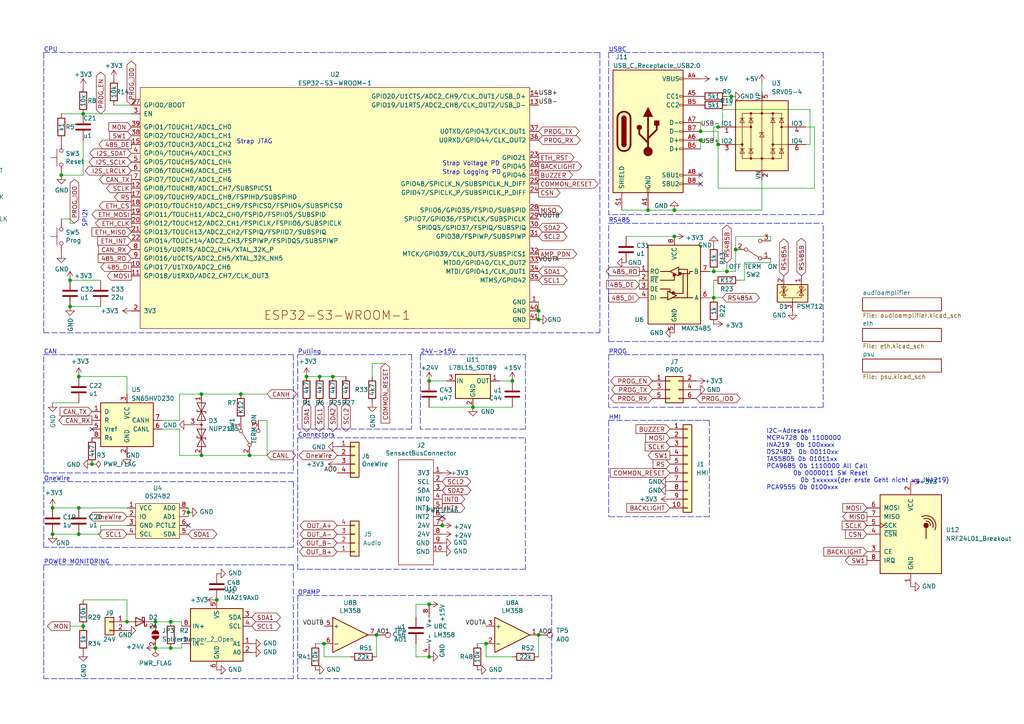
<source format=kicad_sch>
(kicad_sch (version 20211123) (generator eeschema)
  (paper "A4")
  (junction (at 207.01 78.74))
  (junction (at 62.865 173.99))
  (junction (at 22.86 109.22))
  (junction (at 26.67 134.62))
  (junction (at 58.42 132.08))
  (junction (at 54.61 148.59))
  (junction (at 203.2 38.1))
  (junction (at 148.59 110.49))
  (junction (at 17.78 50.8))
  (junction (at 20.32 88.9))
  (junction (at 140.97 186.69))
  (junction (at 212.09 27.94))
  (junction (at 213.36 72.39))
  (junction (at 124.46 110.49))
  (junction (at 24.13 181.61))
  (junction (at 58.42 114.3))
  (junction (at 22.86 147.32))
  (junction (at 195.58 68.58))
  (junction (at 20.32 81.28))
  (junction (at 156.21 184.15))
  (junction (at 208.28 36.83))
  (junction (at 49.53 187.96))
  (junction (at 109.22 184.15))
  (junction (at 208.28 41.91))
  (junction (at 15.24 147.32))
  (junction (at 72.39 132.08))
  (junction (at 203.2 40.64))
  (junction (at 45.085 180.34))
  (junction (at 24.13 33.02))
  (junction (at 22.86 154.94))
  (junction (at 124.46 190.5))
  (junction (at 92.71 109.22))
  (junction (at 195.58 60.96))
  (junction (at 124.46 175.26))
  (junction (at 36.83 180.34))
  (junction (at 207.01 86.36))
  (junction (at 88.9 109.22))
  (junction (at 45.085 187.96))
  (junction (at 128.27 152.4))
  (junction (at 69.85 114.3))
  (junction (at 187.96 60.96))
  (junction (at 96.52 109.22))
  (junction (at 137.16 118.11))
  (junction (at 156.21 92.71))
  (junction (at 156.21 90.17))
  (junction (at 93.98 186.69))
  (junction (at 49.53 180.34))
  (junction (at 15.24 154.94))
  (junction (at 210.82 78.74))
  (no_connect (at 54.61 152.4))
  (no_connect (at 26.67 124.46))
  (no_connect (at 203.2 53.34))
  (no_connect (at 203.2 50.8))
  (no_connect (at 128.27 149.86))
  (wire (pts (xy 212.09 30.48) (xy 210.82 30.48)))
  (polyline (pts (xy 12.7 15.24) (xy 12.7 15.24)))
  (polyline (pts (xy 238.76 15.24) (xy 238.76 62.23)))
  (polyline (pts (xy 238.76 99.06) (xy 238.76 64.77)))
  (wire (pts (xy 17.78 33.02) (xy 24.13 33.02)))
  (wire (pts (xy 46.99 124.46) (xy 52.07 124.46)))
  (wire (pts (xy 156.21 87.63) (xy 156.21 90.17)))
  (wire (pts (xy 212.09 27.94) (xy 212.09 30.48)))
  (wire (pts (xy 207.01 86.36) (xy 207.01 81.28)))
  (polyline (pts (xy 86.36 124.46) (xy 86.36 102.87)))
  (wire (pts (xy 20.32 64.77) (xy 21.59 64.77)))
  (wire (pts (xy 24.13 40.64) (xy 24.13 50.8)))
  (wire (pts (xy 107.95 105.41) (xy 107.95 109.22)))
  (wire (pts (xy 220.98 52.07) (xy 220.98 60.96)))
  (wire (pts (xy 124.46 118.11) (xy 137.16 118.11)))
  (wire (pts (xy 22.86 147.32) (xy 36.83 147.32)))
  (wire (pts (xy -64.77 171.45) (xy -48.26 171.45)))
  (wire (pts (xy 215.9 81.28) (xy 214.63 81.28)))
  (polyline (pts (xy 160.02 196.85) (xy 86.36 196.85)))
  (wire (pts (xy 156.21 184.15) (xy 156.21 190.5)))
  (polyline (pts (xy 12.7 137.16) (xy 12.7 102.87)))
  (wire (pts (xy 96.52 109.22) (xy 100.33 109.22)))
  (polyline (pts (xy 238.76 62.23) (xy 176.53 62.23)))
  (wire (pts (xy 220.98 26.67) (xy 220.98 24.13)))
  (wire (pts (xy 49.53 187.96) (xy 52.705 187.96)))
  (polyline (pts (xy 176.53 15.24) (xy 238.76 15.24)))
  (wire (pts (xy 29.21 88.9) (xy 20.32 88.9)))
  (wire (pts (xy 54.61 148.59) (xy 54.61 149.86)))
  (polyline (pts (xy 176.53 102.87) (xy 238.76 102.87)))
  (polyline (pts (xy 86.36 172.72) (xy 86.36 196.85)))
  (wire (pts (xy 101.6 190.5) (xy 93.98 190.5)))
  (wire (pts (xy 107.95 105.41) (xy 111.76 105.41)))
  (wire (pts (xy 15.24 147.32) (xy 22.86 147.32)))
  (wire (pts (xy 236.22 54.61) (xy 236.22 36.83)))
  (wire (pts (xy 156.21 90.17) (xy 156.21 92.71)))
  (polyline (pts (xy 173.99 15.24) (xy 173.99 96.52)))
  (wire (pts (xy 49.53 180.34) (xy 45.085 180.34)))
  (wire (pts (xy 207.01 36.83) (xy 208.28 36.83)))
  (polyline (pts (xy 86.36 102.87) (xy 119.38 102.87)))
  (polyline (pts (xy 152.4 102.87) (xy 152.4 124.46)))
  (wire (pts (xy 208.28 54.61) (xy 236.22 54.61)))
  (wire (pts (xy 58.42 114.3) (xy 69.85 114.3)))
  (wire (pts (xy 185.42 81.28) (xy 185.42 83.82)))
  (wire (pts (xy 17.78 63.5) (xy 20.32 63.5)))
  (wire (pts (xy 138.43 186.69) (xy 140.97 186.69)))
  (wire (pts (xy 148.59 190.5) (xy 140.97 190.5)))
  (wire (pts (xy 144.78 110.49) (xy 148.59 110.49)))
  (wire (pts (xy 58.42 114.3) (xy 52.07 114.3)))
  (wire (pts (xy 208.28 36.83) (xy 209.55 36.83)))
  (polyline (pts (xy 85.09 158.75) (xy 12.7 158.75)))
  (polyline (pts (xy 205.74 149.86) (xy 176.53 149.86)))
  (wire (pts (xy 195.58 68.58) (xy 181.61 68.58)))
  (polyline (pts (xy 176.53 121.92) (xy 176.53 149.86)))
  (polyline (pts (xy 86.36 127) (xy 152.4 127)))
  (wire (pts (xy 29.21 152.4) (xy 29.21 154.94)))
  (polyline (pts (xy 85.09 102.87) (xy 85.09 137.16)))
  (polyline (pts (xy 176.53 15.24) (xy 176.53 62.23)))
  (wire (pts (xy 120.65 175.26) (xy 124.46 175.26)))
  (polyline (pts (xy 176.53 99.06) (xy 176.53 64.77)))
  (wire (pts (xy 93.98 186.69) (xy 91.44 186.69)))
  (wire (pts (xy 180.34 60.96) (xy 187.96 60.96)))
  (wire (pts (xy 29.21 81.28) (xy 20.32 81.28)))
  (wire (pts (xy 208.28 41.91) (xy 208.28 54.61)))
  (wire (pts (xy 137.16 118.11) (xy 148.59 118.11)))
  (polyline (pts (xy 121.92 102.87) (xy 121.92 124.46)))
  (wire (pts (xy 22.86 116.84) (xy 15.24 116.84)))
  (polyline (pts (xy 176.53 64.77) (xy 238.76 64.77)))
  (wire (pts (xy 124.46 110.49) (xy 129.54 110.49)))
  (wire (pts (xy 140.97 190.5) (xy 140.97 186.69)))
  (wire (pts (xy 187.96 60.96) (xy 195.58 60.96)))
  (polyline (pts (xy 85.09 139.7) (xy 85.09 158.75)))
  (wire (pts (xy 24.13 33.02) (xy 38.1 33.02)))
  (wire (pts (xy 213.36 78.74) (xy 213.36 72.39)))
  (wire (pts (xy 52.07 132.08) (xy 58.42 132.08)))
  (polyline (pts (xy 12.7 139.7) (xy 85.09 139.7)))
  (wire (pts (xy 36.83 152.4) (xy 29.21 152.4)))
  (wire (pts (xy 72.39 132.08) (xy 77.47 132.08)))
  (polyline (pts (xy 86.36 165.1) (xy 86.36 127)))
  (polyline (pts (xy 85.09 137.16) (xy 12.7 137.16)))
  (wire (pts (xy 209.55 86.36) (xy 207.01 86.36)))
  (wire (pts (xy 210.82 27.94) (xy 212.09 27.94)))
  (polyline (pts (xy 86.36 172.72) (xy 160.02 172.72)))
  (wire (pts (xy 210.82 78.74) (xy 207.01 78.74)))
  (wire (pts (xy 203.2 38.1) (xy 208.28 38.1)))
  (polyline (pts (xy 205.74 121.92) (xy 205.74 149.86)))
  (polyline (pts (xy 121.92 102.87) (xy 152.4 102.87)))
  (wire (pts (xy 234.95 41.91) (xy 233.68 41.91)))
  (polyline (pts (xy 238.76 102.87) (xy 238.76 118.11)))
  (wire (pts (xy 69.85 114.3) (xy 77.47 114.3)))
  (polyline (pts (xy 176.53 121.92) (xy 205.74 121.92)))
  (wire (pts (xy 54.61 147.32) (xy 54.61 148.59)))
  (wire (pts (xy 33.02 30.48) (xy 38.1 30.48)))
  (wire (pts (xy 203.2 40.64) (xy 207.01 40.64)))
  (wire (pts (xy 24.13 173.99) (xy 36.83 173.99)))
  (polyline (pts (xy 238.76 118.11) (xy 176.53 118.11)))
  (wire (pts (xy 203.2 40.64) (xy 203.2 43.18)))
  (polyline (pts (xy 12.7 158.75) (xy 12.7 139.7)))
  (wire (pts (xy 223.52 76.2) (xy 215.9 76.2)))
  (wire (pts (xy 22.86 154.94) (xy 15.24 154.94)))
  (wire (pts (xy 52.705 180.34) (xy 52.705 181.61)))
  (wire (pts (xy 49.53 180.34) (xy 52.705 180.34)))
  (polyline (pts (xy 85.09 163.83) (xy 85.09 196.85)))
  (wire (pts (xy 52.07 121.92) (xy 46.99 121.92)))
  (polyline (pts (xy 176.53 99.06) (xy 238.76 99.06)))
  (wire (pts (xy 209.55 31.75) (xy 234.95 31.75)))
  (polyline (pts (xy 152.4 127) (xy 152.4 165.1)))
  (wire (pts (xy 215.9 76.2) (xy 215.9 81.28)))
  (wire (pts (xy 236.22 36.83) (xy 233.68 36.83)))
  (wire (pts (xy 22.86 109.22) (xy 36.83 109.22)))
  (polyline (pts (xy 176.53 102.87) (xy 176.53 118.11)))
  (wire (pts (xy 213.36 72.39) (xy 213.36 68.58)))
  (wire (pts (xy 234.95 31.75) (xy 234.95 41.91)))
  (wire (pts (xy 52.705 187.96) (xy 52.705 186.69)))
  (wire (pts (xy 208.28 38.1) (xy 208.28 41.91)))
  (polyline (pts (xy 12.7 15.24) (xy 110.49 15.24)))
  (polyline (pts (xy 85.09 196.85) (xy 12.7 196.85)))
  (wire (pts (xy 223.52 74.93) (xy 223.52 76.2)))
  (polyline (pts (xy 160.02 172.72) (xy 160.02 196.85)))
  (polyline (pts (xy 152.4 124.46) (xy 121.92 124.46)))
  (wire (pts (xy 210.82 76.2) (xy 210.82 78.74)))
  (polyline (pts (xy 12.7 163.83) (xy 85.09 163.83)))
  (polyline (pts (xy 12.7 15.24) (xy 12.7 96.52)))
  (wire (pts (xy 120.65 190.5) (xy 124.46 190.5)))
  (wire (pts (xy 205.74 86.36) (xy 207.01 86.36)))
  (polyline (pts (xy 119.38 124.46) (xy 86.36 124.46)))
  (wire (pts (xy 92.71 109.22) (xy 96.52 109.22)))
  (wire (pts (xy 58.42 132.08) (xy 72.39 132.08)))
  (wire (pts (xy 52.07 114.3) (xy 52.07 121.92)))
  (wire (pts (xy 36.83 114.3) (xy 36.83 109.22)))
  (wire (pts (xy 207.01 78.74) (xy 205.74 78.74)))
  (wire (pts (xy 44.45 180.34) (xy 45.085 180.34)))
  (wire (pts (xy 195.58 60.96) (xy 220.98 60.96)))
  (wire (pts (xy 36.83 173.99) (xy 36.83 180.34)))
  (wire (pts (xy 207.01 40.64) (xy 207.01 36.83)))
  (wire (pts (xy 20.32 63.5) (xy 20.32 64.77)))
  (wire (pts (xy 109.22 184.15) (xy 109.22 190.5)))
  (polyline (pts (xy 12.7 163.83) (xy 12.7 196.85)))
  (wire (pts (xy -64.77 187.96) (xy -64.77 173.99)))
  (wire (pts (xy 20.32 181.61) (xy 24.13 181.61)))
  (polyline (pts (xy 119.38 102.87) (xy 119.38 124.46)))
  (polyline (pts (xy 152.4 165.1) (xy 86.36 165.1)))
  (wire (pts (xy 120.65 179.07) (xy 120.65 175.26)))
  (wire (pts (xy 223.52 68.58) (xy 223.52 69.85)))
  (wire (pts (xy 203.2 35.56) (xy 203.2 38.1)))
  (wire (pts (xy 77.47 121.92) (xy 77.47 132.08)))
  (wire (pts (xy 52.07 124.46) (xy 52.07 132.08)))
  (wire (pts (xy 24.13 50.8) (xy 17.78 50.8)))
  (wire (pts (xy 213.36 68.58) (xy 223.52 68.58)))
  (wire (pts (xy 29.21 154.94) (xy 22.86 154.94)))
  (wire (pts (xy 45.085 187.96) (xy 49.53 187.96)))
  (wire (pts (xy 74.93 121.92) (xy 77.47 121.92)))
  (wire (pts (xy 92.71 109.22) (xy 88.9 109.22)))
  (polyline (pts (xy 12.7 96.52) (xy 173.99 96.52)))
  (wire (pts (xy 209.55 36.83) (xy 209.55 31.75)))
  (wire (pts (xy 93.98 190.5) (xy 93.98 186.69)))
  (wire (pts (xy 210.82 78.74) (xy 213.36 78.74)))
  (wire (pts (xy -64.77 173.99) (xy -48.26 173.99)))
  (wire (pts (xy 120.65 186.69) (xy 120.65 190.5)))
  (polyline (pts (xy 110.49 15.24) (xy 173.99 15.24)))
  (polyline (pts (xy 12.7 102.87) (xy 85.09 102.87)))
  (text "OneWire" (at 12.7 139.7 0) (effects (font (size 1.27 1.27)) (justify left bottom)))
  (text "Strap JTAG" (at 68.58 41.91 0) (effects (font (size 1.27 1.27)) (justify left bottom)))
  (text "Connectors" (at 86.36 127 0) (effects (font (size 1.27 1.27)) (justify left bottom)))
  (text "I2C-Adressen\nMCP4728 0b 1100000\nINA219  0b 100xxxx\nDS2482  0b 00110xx\nTAS5805 0b 01011xx\nPCA9685 0b 1110000 All Call\n        0b 0000011 SW Reset\n		0b 1xxxxxx(der erste Geht nicht wg INA219)\nPCA9555 0b 0100xxx" (at 222.25 142.24 0) (effects (font (size 1.27 1.27)) (justify left bottom)))
  (text "Strap Voltage PD" (at 128.27 48.26 0) (effects (font (size 1.27 1.27)) (justify left bottom)))
  (text "HMI" (at 176.53 121.92 0) (effects (font (size 1.27 1.27)) (justify left bottom)))
  (text "OPAMP" (at 86.36 172.72 0) (effects (font (size 1.27 1.27)) (justify left bottom)))
  (text "RS485" (at 176.53 64.77 0) (effects (font (size 1.27 1.27)) (justify left bottom)))
  (text "Pulling" (at 86.36 102.87 0) (effects (font (size 1.27 1.27)) (justify left bottom)))
  (text "POWER MONITORING" (at 12.7 163.83 0) (effects (font (size 1.27 1.27)) (justify left bottom)))
  (text "PROG" (at 176.53 102.87 0) (effects (font (size 1.27 1.27)) (justify left bottom)))
  (text "24V->15V" (at 121.92 102.87 0) (effects (font (size 1.27 1.27)) (justify left bottom)))
  (text "CAN" (at 12.7 102.87 0) (effects (font (size 1.27 1.27)) (justify left bottom)))
  (text "SPI2!" (at 25.4 66.04 90) (effects (font (size 1.27 1.27)) (justify left bottom)))
  (text "USBC" (at 176.53 15.24 0) (effects (font (size 1.27 1.27)) (justify left bottom)))
  (text "CPU" (at 12.7 15.24 0) (effects (font (size 1.27 1.27)) (justify left bottom)))
  (text "Strap Logging PD" (at 128.27 50.8 0) (effects (font (size 1.27 1.27)) (justify left bottom)))
  (label "AO0" (at 156.21 184.15 0))
  (label "USB-" (at 156.21 30.48 0))
  (label "VOUTA" (at 156.21 76.2 0))
  (label "AO0" (at 97.79 137.16 180))
  (label "USB+" (at 156.21 27.94 0))
  (label "VOUTB" (at 156.21 63.5 0))
  (label "USB+" (at 203.2 41.91 0))
  (label "USB-" (at 203.2 36.83 0))
  (label "VOUTB" (at 93.98 181.61 180))
  (label "AO1" (at 109.22 184.15 0))
  (label "VOUTA" (at 140.97 181.61 180))
  (global_label "SCL1" (shape bidirectional) (at 73.025 181.61 0) (property "Intersheet References" "${INTERSHEET_REFS}" (effects hide)))
  (global_label "SDA1" (shape bidirectional) (at 73.025 179.07 0) (property "Intersheet References" "${INTERSHEET_REFS}" (effects hide)))
  (global_label "SW1" (shape output) (at 251.46 162.56 180) (property "Intersheet References" "${INTERSHEET_REFS}" (effects hide)))
  (global_label "CANL" (shape bidirectional) (at 77.47 132.08 0) (property "Intersheet References" "${INTERSHEET_REFS}" (effects hide)))
  (global_label "SDA2" (shape bidirectional) (at 96.52 116.84 270) (property "Intersheet References" "${INTERSHEET_REFS}" (effects hide)))
  (global_label "CSN" (shape input) (at 251.46 154.94 180) (property "Intersheet References" "${INTERSHEET_REFS}" (effects hide)))
  (global_label "OUT_B+" (shape bidirectional) (at 97.79 160.02 180) (property "Intersheet References" "${INTERSHEET_REFS}" (effects hide)))
  (global_label "CANL" (shape bidirectional) (at -68.58 165.1 180) (property "Intersheet References" "${INTERSHEET_REFS}" (effects hide)))
  (global_label "INT0" (shape output) (at 128.27 144.78 0) (property "Intersheet References" "${INTERSHEET_REFS}" (effects hide)))
  (global_label "SCLK" (shape input) (at 251.46 152.4 180) (property "Intersheet References" "${INTERSHEET_REFS}" (effects hide)))
  (global_label "AMP_PDN" (shape output) (at 156.21 73.66 0) (property "Intersheet References" "${INTERSHEET_REFS}" (effects hide)))
  (global_label "SDA1" (shape bidirectional) (at 54.61 154.94 0) (property "Intersheet References" "${INTERSHEET_REFS}" (effects hide)))
  (global_label "PROG_EN" (shape bidirectional) (at 29.21 33.02 90) (property "Intersheet References" "${INTERSHEET_REFS}" (effects hide)))
  (global_label "PROG_TX" (shape bidirectional) (at 156.21 38.1 0) (property "Intersheet References" "${INTERSHEET_REFS}" (effects hide)))
  (global_label "SCL2" (shape bidirectional) (at 156.21 68.58 0) (property "Intersheet References" "${INTERSHEET_REFS}" (effects hide)))
  (global_label "SDA1" (shape bidirectional) (at 88.9 116.84 270) (property "Intersheet References" "${INTERSHEET_REFS}" (effects hide)))
  (global_label "PROG_RX" (shape bidirectional) (at 189.23 115.57 180) (property "Intersheet References" "${INTERSHEET_REFS}" (effects hide)))
  (global_label "SW1" (shape output) (at 194.31 132.08 180) (property "Intersheet References" "${INTERSHEET_REFS}" (effects hide)))
  (global_label "OneWire" (shape bidirectional) (at 36.83 149.86 180) (property "Intersheet References" "${INTERSHEET_REFS}" (effects hide)))
  (global_label "PROG_TX" (shape bidirectional) (at 189.23 113.03 180) (property "Intersheet References" "${INTERSHEET_REFS}" (effects hide)))
  (global_label "ETH_INT" (shape input) (at 38.1 69.85 180) (property "Intersheet References" "${INTERSHEET_REFS}" (effects hide)))
  (global_label "COMMON_RESET" (shape input) (at 194.31 137.16 180) (property "Intersheet References" "${INTERSHEET_REFS}" (effects hide)))
  (global_label "PROG_IO0" (shape bidirectional) (at 201.93 115.57 0) (property "Intersheet References" "${INTERSHEET_REFS}" (effects hide)))
  (global_label "OUT_B-" (shape bidirectional) (at 97.79 157.48 180) (property "Intersheet References" "${INTERSHEET_REFS}" (effects hide)))
  (global_label "SCL1" (shape bidirectional) (at 92.71 116.84 270) (property "Intersheet References" "${INTERSHEET_REFS}" (effects hide)))
  (global_label "CANL" (shape bidirectional) (at -48.26 168.91 180) (property "Intersheet References" "${INTERSHEET_REFS}" (effects hide)))
  (global_label "PROG_IO0" (shape bidirectional) (at 38.1 30.48 90) (property "Intersheet References" "${INTERSHEET_REFS}" (effects hide)))
  (global_label "ETH_CS" (shape output) (at 38.1 59.69 180) (property "Intersheet References" "${INTERSHEET_REFS}" (effects hide)))
  (global_label "OUT_A+" (shape bidirectional) (at 97.79 152.4 180) (property "Intersheet References" "${INTERSHEET_REFS}" (effects hide)))
  (global_label "SCL2" (shape bidirectional) (at 128.27 139.7 0) (property "Intersheet References" "${INTERSHEET_REFS}" (effects hide)))
  (global_label "BUZZER" (shape input) (at 194.31 124.46 180) (property "Intersheet References" "${INTERSHEET_REFS}" (effects hide)))
  (global_label "ETH_RST" (shape output) (at 156.21 45.72 0) (property "Intersheet References" "${INTERSHEET_REFS}" (effects hide)))
  (global_label "CAN_RX" (shape output) (at 26.67 121.92 180) (property "Intersheet References" "${INTERSHEET_REFS}" (effects hide)))
  (global_label "485_RO" (shape output) (at 185.42 78.74 180) (property "Intersheet References" "${INTERSHEET_REFS}" (effects hide)))
  (global_label "COMMON_RESET" (shape input) (at 111.76 105.41 270) (property "Intersheet References" "${INTERSHEET_REFS}" (effects hide)))
  (global_label "485_RO" (shape input) (at 38.1 74.93 180) (property "Intersheet References" "${INTERSHEET_REFS}" (effects hide)))
  (global_label "RS485A" (shape bidirectional) (at 209.55 86.36 0) (property "Intersheet References" "${INTERSHEET_REFS}" (effects hide)))
  (global_label "RS485B" (shape bidirectional) (at 210.82 76.2 90) (property "Intersheet References" "${INTERSHEET_REFS}" (effects hide)))
  (global_label "ETH_CLK" (shape output) (at 38.1 64.77 180) (property "Intersheet References" "${INTERSHEET_REFS}" (effects hide)))
  (global_label "PROG_EN" (shape bidirectional) (at 189.23 110.49 180) (property "Intersheet References" "${INTERSHEET_REFS}" (effects hide)))
  (global_label "I2S_LRCLK" (shape bidirectional) (at 38.1 49.53 180) (property "Intersheet References" "${INTERSHEET_REFS}" (effects hide)))
  (global_label "485_DE" (shape input) (at 185.42 82.55 180) (property "Intersheet References" "${INTERSHEET_REFS}" (effects hide)))
  (global_label "OUT_A-" (shape bidirectional) (at 97.79 154.94 180) (property "Intersheet References" "${INTERSHEET_REFS}" (effects hide)))
  (global_label "SDA2" (shape bidirectional) (at 156.21 66.04 0) (property "Intersheet References" "${INTERSHEET_REFS}" (effects hide)))
  (global_label "OneWire" (shape bidirectional) (at 97.79 132.08 180) (property "Intersheet References" "${INTERSHEET_REFS}" (effects hide)))
  (global_label "SDA1" (shape bidirectional) (at 156.21 78.74 0) (property "Intersheet References" "${INTERSHEET_REFS}" (effects hide)))
  (global_label "RS" (shape input) (at 194.31 134.62 180) (property "Intersheet References" "${INTERSHEET_REFS}" (effects hide)))
  (global_label "I2S_SDAT" (shape bidirectional) (at 38.1 44.45 180) (property "Intersheet References" "${INTERSHEET_REFS}" (effects hide)))
  (global_label "RS485B" (shape bidirectional) (at 232.41 80.01 90) (property "Intersheet References" "${INTERSHEET_REFS}" (effects hide)))
  (global_label "ETH_MOSI" (shape output) (at 38.1 62.23 180) (property "Intersheet References" "${INTERSHEET_REFS}" (effects hide)))
  (global_label "MISO" (shape output) (at 156.21 60.96 0) (property "Intersheet References" "${INTERSHEET_REFS}" (effects hide)))
  (global_label "MOSI" (shape output) (at 38.1 80.01 180) (property "Intersheet References" "${INTERSHEET_REFS}" (effects hide)))
  (global_label "CANH" (shape bidirectional) (at 77.47 114.3 0) (property "Intersheet References" "${INTERSHEET_REFS}" (effects hide)))
  (global_label "485_DE" (shape output) (at 38.1 41.91 180) (property "Intersheet References" "${INTERSHEET_REFS}" (effects hide)))
  (global_label "I2S_LRCLK" (shape bidirectional) (at -10.16 62.23 180) (property "Intersheet References" "${INTERSHEET_REFS}" (effects hide)))
  (global_label "MON" (shape input) (at 38.1 36.83 180) (property "Intersheet References" "${INTERSHEET_REFS}" (effects hide)))
  (global_label "ETH_MISO" (shape input) (at 38.1 67.31 180) (property "Intersheet References" "${INTERSHEET_REFS}" (effects hide)))
  (global_label "RS485B" (shape bidirectional) (at -68.58 194.31 180) (property "Intersheet References" "${INTERSHEET_REFS}" (effects hide)))
  (global_label "PROG_IO0" (shape bidirectional) (at 21.59 64.77 90) (property "Intersheet References" "${INTERSHEET_REFS}" (effects hide)))
  (global_label "SCL2" (shape bidirectional) (at 100.33 116.84 270) (property "Intersheet References" "${INTERSHEET_REFS}" (effects hide)))
  (global_label "SDA2" (shape bidirectional) (at 128.27 142.24 0) (property "Intersheet References" "${INTERSHEET_REFS}" (effects hide)))
  (global_label "INT1" (shape output) (at 128.27 147.32 0) (property "Intersheet References" "${INTERSHEET_REFS}" (effects hide)))
  (global_label "I2S_SCLK" (shape bidirectional) (at -10.16 55.88 180) (property "Intersheet References" "${INTERSHEET_REFS}" (effects hide)))
  (global_label "485_DI" (shape output) (at 38.1 77.47 180) (property "Intersheet References" "${INTERSHEET_REFS}" (effects hide)))
  (global_label "MON" (shape output) (at 20.32 181.61 180) (property "Intersheet References" "${INTERSHEET_REFS}" (effects hide)))
  (global_label "CAN_RX" (shape input) (at 38.1 72.39 180) (property "Intersheet References" "${INTERSHEET_REFS}" (effects hide)))
  (global_label "CANH" (shape bidirectional) (at -48.26 166.37 180) (property "Intersheet References" "${INTERSHEET_REFS}" (effects hide)))
  (global_label "CANH" (shape bidirectional) (at -68.58 181.61 180) (property "Intersheet References" "${INTERSHEET_REFS}" (effects hide)))
  (global_label "BACKLIGHT" (shape input) (at 194.31 147.32 180) (property "Intersheet References" "${INTERSHEET_REFS}" (effects hide)))
  (global_label "SCLK" (shape input) (at 194.31 129.54 180) (property "Intersheet References" "${INTERSHEET_REFS}" (effects hide)))
  (global_label "MISO" (shape output) (at 251.46 149.86 180) (property "Intersheet References" "${INTERSHEET_REFS}" (effects hide)))
  (global_label "CAN_TX" (shape input) (at 26.67 119.38 180) (property "Intersheet References" "${INTERSHEET_REFS}" (effects hide)))
  (global_label "BACKLIGHT" (shape input) (at 251.46 160.02 180) (property "Intersheet References" "${INTERSHEET_REFS}" (effects hide)))
  (global_label "CAN_TX" (shape output) (at 38.1 52.07 180) (property "Intersheet References" "${INTERSHEET_REFS}" (effects hide)))
  (global_label "I2S_SCLK" (shape bidirectional) (at 38.1 46.99 180) (property "Intersheet References" "${INTERSHEET_REFS}" (effects hide)))
  (global_label "COMMON_RESET" (shape output) (at 156.21 53.34 0) (property "Intersheet References" "${INTERSHEET_REFS}" (effects hide)))
  (global_label "RS485A" (shape bidirectional) (at -68.58 177.8 180) (property "Intersheet References" "${INTERSHEET_REFS}" (effects hide)))
  (global_label "RS" (shape output) (at 38.1 57.15 180) (property "Intersheet References" "${INTERSHEET_REFS}" (effects hide)))
  (global_label "SCL1" (shape bidirectional) (at 36.83 154.94 180) (property "Intersheet References" "${INTERSHEET_REFS}" (effects hide)))
  (global_label "BACKLIGHT" (shape output) (at 156.21 48.26 0) (property "Intersheet References" "${INTERSHEET_REFS}" (effects hide)))
  (global_label "BUZZER" (shape output) (at 156.21 50.8 0) (property "Intersheet References" "${INTERSHEET_REFS}" (effects hide)))
  (global_label "RS485A" (shape bidirectional) (at 227.33 80.01 90) (property "Intersheet References" "${INTERSHEET_REFS}" (effects hide)))
  (global_label "485_DI" (shape input) (at 185.42 86.36 180) (property "Intersheet References" "${INTERSHEET_REFS}" (effects hide)))
  (global_label "PROG_RX" (shape bidirectional) (at 156.21 40.64 0) (property "Intersheet References" "${INTERSHEET_REFS}" (effects hide)))
  (global_label "MOSI" (shape input) (at 251.46 147.32 180) (property "Intersheet References" "${INTERSHEET_REFS}" (effects hide)))
  (global_label "SCL1" (shape bidirectional) (at 156.21 81.28 0) (property "Intersheet References" "${INTERSHEET_REFS}" (effects hide)))
  (global_label "I2S_SDAT" (shape bidirectional) (at -10.16 48.26 180) (property "Intersheet References" "${INTERSHEET_REFS}" (effects hide)))
  (global_label "CSN" (shape output) (at 156.21 55.88 0) (property "Intersheet References" "${INTERSHEET_REFS}" (effects hide)))
  (global_label "MOSI" (shape input) (at 194.31 127 180) (property "Intersheet References" "${INTERSHEET_REFS}" (effects hide)))
  (global_label "SW1" (shape input) (at 38.1 39.37 180) (property "Intersheet References" "${INTERSHEET_REFS}" (effects hide)))
  (global_label "SCLK" (shape output) (at 38.1 54.61 180) (property "Intersheet References" "${INTERSHEET_REFS}" (effects hide)))
  (symbol (lib_id "Connector_Generic:Conn_01x04") (at -43.18 168.91 0) (unit 1)
    (property "Reference" "J3" (at -41.148 169.1132 0) (effects (justify left)))
    (property "Value" "CAN+485" (at -41.148 171.4246 0) (effects (justify left)))
    (property "Footprint" "liebler_CONN:PhoenixContact_MC_1,5_4-G-3.5_1x04_P3.50mm_Horizontal_smallerCourtyard" (effects hide))
  )
  (symbol (lib_id "Interface_CAN_LIN:SN65HVD230") (at 36.83 121.92 0) (unit 1)
    (property "Reference" "U5" (at 38.1 113.03 0) (effects (justify left)))
    (property "Value" "SN65HVD230" (at 38.1 115.57 0) (effects (justify left)))
    (property "Footprint" "liebler_SEMICONDUCTORS:SOIC-8_3.9x4.9mm_Pitch1.27mm_handsolder" (effects hide))
    (property "Datasheet" "http://www.ti.com/lit/ds/symlink/sn65hvd230.pdf" (effects hide))
  )
  (symbol (lib_id "Device:C") (at 22.86 113.03 0) (unit 1)
    (property "Reference" "C22" (at 25.781 111.8616 0) (effects (justify left)))
    (property "Value" "u1" (at 25.781 114.173 0) (effects (justify left)))
    (property "Footprint" "Capacitor_SMD:C_0402_1005Metric" (effects hide))
  )
  (symbol (lib_id "power:GND") (at 15.24 116.84 0) (unit 1)
    (property "Reference" "#PWR0101" (effects hide))
    (property "Value" "GND" (at 15.367 120.0912 90) (effects (justify right)))
  )
  (symbol (lib_id "power:+3V3") (at 22.86 109.22 0) (unit 1)
    (property "Reference" "#PWR0102" (effects hide))
    (property "Value" "+3V3" (at 23.241 104.8258 0))
  )
  (symbol (lib_id "Device:R") (at 88.9 113.03 0) (unit 1)
    (property "Reference" "R1" (at 87.63 116.84 0) (effects (justify left)))
    (property "Value" "4k7" (at 88.9 114.3 90) (effects (justify left)))
    (property "Footprint" "Resistor_SMD:R_0402_1005Metric" (effects hide))
  )
  (symbol (lib_id "Device:R") (at 92.71 113.03 0) (unit 1)
    (property "Reference" "R6" (at 91.44 116.84 0) (effects (justify left)))
    (property "Value" "4k7" (at 92.71 114.3 90) (effects (justify left)))
    (property "Footprint" "Resistor_SMD:R_0402_1005Metric" (effects hide))
  )
  (symbol (lib_id "power:+3V3") (at 88.9 109.22 0) (unit 1)
    (property "Reference" "#PWR0103" (effects hide))
    (property "Value" "+3V3" (at 89.281 104.8258 0))
  )
  (symbol (lib_id "Device:R") (at 26.67 130.81 0) (unit 1)
    (property "Reference" "R3" (at 27.94 132.08 0) (effects (justify left)))
    (property "Value" "4k7" (at 26.67 130.81 90))
    (property "Footprint" "Resistor_SMD:R_0402_1005Metric" (effects hide))
  )
  (symbol (lib_id "power:GND") (at 26.67 134.62 270) (unit 1)
    (property "Reference" "#PWR0104" (effects hide))
    (property "Value" "GND" (at 23.4188 134.747 90) (effects (justify right)))
  )
  (symbol (lib_id "power:GND") (at 36.83 132.08 0) (unit 1)
    (property "Reference" "#PWR0105" (effects hide))
    (property "Value" "GND" (at 40.64 132.08 0) (effects (justify right)))
  )
  (symbol (lib_id "Device:R") (at 69.85 118.11 180) (unit 1)
    (property "Reference" "R7" (at 68.58 116.84 0) (effects (justify left)))
    (property "Value" "K12" (at 69.85 118.11 90))
    (property "Footprint" "Resistor_SMD:R_1206_3216Metric_Pad1.30x1.75mm_HandSolder" (effects hide))
  )
  (symbol (lib_id "Switch:SW_SPDT") (at 72.39 127 90) (unit 1)
    (property "Reference" "SW1" (at 67.31 123.19 0))
    (property "Value" "TERM ON" (at 73.66 124.46 0))
    (property "Footprint" "liebler_MECH:SW_SPDT_PCM12_handsolder" (effects hide))
  )
  (symbol (lib_id "Device:C") (at 15.24 151.13 0) (unit 1)
    (property "Reference" "C19" (at 18.161 149.9616 0) (effects (justify left)))
    (property "Value" "1u" (at 18.161 152.273 0) (effects (justify left)))
    (property "Footprint" "Capacitor_SMD:C_0805_2012Metric_Pad1.18x1.45mm_HandSolder" (effects hide))
  )
  (symbol (lib_id "Device:C") (at 22.86 151.13 0) (unit 1)
    (property "Reference" "C20" (at 25.781 149.9616 0) (effects (justify left)))
    (property "Value" "u1" (at 25.781 152.273 0) (effects (justify left)))
    (property "Footprint" "Capacitor_SMD:C_0805_2012Metric_Pad1.18x1.45mm_HandSolder" (effects hide))
  )
  (symbol (lib_id "power:GND") (at 15.24 154.94 0) (unit 1)
    (property "Reference" "#PWR0106" (effects hide))
    (property "Value" "GND" (at 20.32 157.48 0) (effects (justify right)))
  )
  (symbol (lib_id "power:+3V3") (at 15.24 147.32 0) (unit 1)
    (property "Reference" "#PWR0107" (effects hide))
    (property "Value" "+3V3" (at 15.621 142.9258 0))
  )
  (symbol (lib_id "power:GND") (at 54.61 148.59 90) (unit 1)
    (property "Reference" "#PWR0108" (effects hide))
    (property "Value" "GND" (at 57.8612 148.463 90) (effects (justify right)))
  )
  (symbol (lib_id "power:GND") (at 128.27 160.02 90) (unit 1)
    (property "Reference" "#PWR0109" (effects hide))
    (property "Value" "GND" (at 131.5212 159.893 90) (effects (justify right)))
  )
  (symbol (lib_id "power:GND") (at 97.79 129.54 270) (unit 1)
    (property "Reference" "#PWR038" (effects hide))
    (property "Value" "GND" (at 94.5388 129.667 90) (effects (justify right)))
  )
  (symbol (lib_id "power:+3V3") (at 97.79 134.62 90) (unit 1)
    (property "Reference" "#PWR039" (effects hide))
    (property "Value" "+3V3" (at 91.44 134.62 90))
  )
  (symbol (lib_id "Device:C") (at 20.32 85.09 0) (unit 1)
    (property "Reference" "C32" (at 23.241 83.9216 0) (effects (justify left)))
    (property "Value" "u1" (at 23.241 86.233 0) (effects (justify left)))
    (property "Footprint" "Capacitor_SMD:C_0402_1005Metric" (effects hide))
  )
  (symbol (lib_id "Device:C") (at 29.21 85.09 0) (unit 1)
    (property "Reference" "C33" (at 32.131 83.9216 0) (effects (justify left)))
    (property "Value" "22u" (at 32.131 86.233 0) (effects (justify left)))
    (property "Footprint" "Capacitor_SMD:C_0603_1608Metric" (effects hide))
  )
  (symbol (lib_id "power:+3V3") (at 20.32 81.28 0) (unit 1)
    (property "Reference" "#PWR0113" (effects hide))
    (property "Value" "+3V3" (at 24.13 80.01 0))
  )
  (symbol (lib_id "power:GND") (at 20.32 88.9 0) (unit 1)
    (property "Reference" "#PWR0114" (effects hide))
    (property "Value" "GND" (at 20.447 92.1512 90) (effects (justify right)))
  )
  (symbol (lib_id "Switch:SW_Push") (at 17.78 45.72 90) (unit 1)
    (property "Reference" "SW3" (at 18.9992 44.5516 90) (effects (justify right)))
    (property "Value" "Reset" (at 18.9992 46.863 90) (effects (justify right)))
    (property "Footprint" "liebler_MECH:Button_2x4x3,5_handsolder" (effects hide))
  )
  (symbol (lib_id "Diode:SM712_SOT23") (at 58.42 123.19 270) (unit 1)
    (property "Reference" "D3" (at 60.4266 122.0216 90) (effects (justify left)))
    (property "Value" "NUP2105" (at 60.4266 124.333 90) (effects (justify left)))
    (property "Footprint" "Package_TO_SOT_SMD:SOT-23_Handsoldering" (effects hide))
    (property "Datasheet" "https://www.littelfuse.com/~/media/electronics/datasheets/tvs_diode_arrays/littelfuse_tvs_diode_array_sm712_datasheet.pdf.pdf" (effects hide))
  )
  (symbol (lib_id "power:GND") (at 54.61 123.19 270) (unit 1)
    (property "Reference" "#PWR037" (effects hide))
    (property "Value" "GND" (at 51.3588 123.317 90) (effects (justify right)))
  )
  (symbol (lib_id "power:+3V3") (at 128.27 137.16 270) (unit 1)
    (property "Reference" "#PWR0123" (effects hide))
    (property "Value" "+3V3" (at 133.35 137.16 90))
  )
  (symbol (lib_id "power:+24V") (at 128.27 154.94 270) (unit 1)
    (property "Reference" "#PWR0126" (effects hide))
    (property "Value" "+24V" (at 131.5212 155.321 90) (effects (justify left)))
  )
  (symbol (lib_id "power:+24V") (at 128.27 152.4 270) (unit 1)
    (property "Reference" "#PWR0124" (effects hide))
    (property "Value" "+24V" (at 131.5212 152.781 90) (effects (justify left)))
  )
  (symbol (lib_id "power:GND") (at 128.27 157.48 90) (unit 1)
    (property "Reference" "#PWR0125" (effects hide))
    (property "Value" "GND" (at 131.5212 157.353 90) (effects (justify right)))
  )
  (symbol (lib_id "Connector_Generic:Conn_01x04") (at 102.87 157.48 0) (mirror x) (unit 1)
    (property "Reference" "J5" (at 106.68 154.94 0))
    (property "Value" "Audio" (at 107.95 157.48 0))
    (property "Footprint" "liebler_CONN:PhoenixContact_MC_1,5_4-G-3.5_1x04_P3.50mm_Horizontal_smallerCourtyard" (effects hide))
  )
  (symbol (lib_id "power:PWR_FLAG") (at 128.27 152.4 0) (unit 1)
    (property "Reference" "#FLG0101" (effects hide))
    (property "Value" "PWR_FLAG" (at 128.27 148.0058 0))
  )
  (symbol (lib_id "power:PWR_FLAG") (at 26.67 134.62 270) (unit 1)
    (property "Reference" "#FLG0104" (effects hide))
    (property "Value" "PWR_FLAG" (at 29.9212 134.62 90) (effects (justify left)))
  )
  (symbol (lib_id "sensact:SensactBusConnector") (at 120.65 148.59 0) (unit 1)
    (property "Reference" "J2" (at 122.1232 129.159 0))
    (property "Value" "SensactBusConnector" (at 122.1232 131.4704 0))
    (property "Footprint" "liebler_CONN:IDC-Header_2x05_P2.54mm_Horizontal_tightCrtYd" (effects hide))
  )
  (symbol (lib_id "liebler_SEMICONDUCTORS:DS2482") (at 45.72 151.13 0) (unit 1)
    (property "Reference" "U4" (at 45.72 141.605 0))
    (property "Value" "DS2482" (at 45.72 143.9164 0))
    (property "Footprint" "liebler_SEMICONDUCTORS:SOIC-8_3.9x4.9mm_Pitch1.27mm_handsolder" (effects hide))
  )
  (symbol (lib_id "Device:C") (at 124.46 114.3 0) (unit 1)
    (property "Reference" "C43" (at 127.381 113.1316 0) (effects (justify left)))
    (property "Value" "u47" (at 127.381 115.443 0) (effects (justify left)))
    (property "Footprint" "Capacitor_SMD:C_0805_2012Metric" (effects hide))
  )
  (symbol (lib_id "Device:C") (at 148.59 114.3 180) (unit 1)
    (property "Reference" "C44" (at 145.669 115.4684 0) (effects (justify left)))
    (property "Value" "u1" (at 145.669 113.157 0) (effects (justify left)))
    (property "Footprint" "Capacitor_SMD:C_0402_1005Metric" (effects hide))
  )
  (symbol (lib_id "power:+15V") (at 148.59 110.49 0) (unit 1)
    (property "Reference" "#PWR047" (effects hide))
    (property "Value" "+15V" (at 148.59 106.68 0))
  )
  (symbol (lib_id "Device:R") (at 105.41 190.5 270) (unit 1)
    (property "Reference" "R51" (at 104.14 187.96 90) (effects (justify left)))
    (property "Value" "22k" (at 105.41 190.5 90))
    (property "Footprint" "Resistor_SMD:R_0402_1005Metric" (effects hide))
  )
  (symbol (lib_id "power:GND") (at 138.43 194.31 90) (unit 1)
    (property "Reference" "#PWR067" (effects hide))
    (property "Value" "GND" (at 141.6812 194.183 90) (effects (justify right)))
  )
  (symbol (lib_id "power:GND") (at 91.44 194.31 90) (unit 1)
    (property "Reference" "#PWR063" (effects hide))
    (property "Value" "GND" (at 94.6912 194.183 90) (effects (justify right)))
  )
  (symbol (lib_id "Amplifier_Operational:LM358") (at 148.59 184.15 0) (unit 1)
    (property "Reference" "U8" (at 148.59 174.8282 0))
    (property "Value" "LM358" (at 148.59 177.1396 0))
    (property "Footprint" "Package_SO:SOIC-8_3.9x4.9mm_P1.27mm" (effects hide))
    (property "Datasheet" "http://www.ti.com/lit/ds/symlink/lm2904-n.pdf" (effects hide))
  )
  (symbol (lib_id "Amplifier_Operational:LM358") (at 101.6 184.15 0) (unit 2)
    (property "Reference" "U8" (at 101.6 174.8282 0))
    (property "Value" "LM358" (at 101.6 177.1396 0))
    (property "Footprint" "Package_SO:SOIC-8_3.9x4.9mm_P1.27mm" (effects hide))
    (property "Datasheet" "http://www.ti.com/lit/ds/symlink/lm2904-n.pdf" (effects hide))
  )
  (symbol (lib_id "power:+24V") (at 124.46 110.49 0) (unit 1)
    (property "Reference" "#PWR046" (effects hide))
    (property "Value" "+24V" (at 121.92 106.68 0) (effects (justify left)))
  )
  (symbol (lib_id "Device:R") (at 91.44 190.5 0) (unit 1)
    (property "Reference" "R41" (at 86.36 190.5 0) (effects (justify left)))
    (property "Value" "10k" (at 91.44 190.5 90))
    (property "Footprint" "Resistor_SMD:R_0402_1005Metric" (effects hide))
  )
  (symbol (lib_id "Device:R") (at 138.43 190.5 0) (unit 1)
    (property "Reference" "R48" (at 133.35 190.5 0) (effects (justify left)))
    (property "Value" "10k" (at 138.43 190.5 90))
    (property "Footprint" "Resistor_SMD:R_0402_1005Metric" (effects hide))
  )
  (symbol (lib_id "Device:R") (at 152.4 190.5 270) (unit 1)
    (property "Reference" "R52" (at 151.13 187.96 90) (effects (justify left)))
    (property "Value" "22k" (at 152.4 190.5 90))
    (property "Footprint" "Resistor_SMD:R_0402_1005Metric" (effects hide))
  )
  (symbol (lib_id "Regulator_Linear:L78L05_SOT89") (at 137.16 110.49 0) (unit 1)
    (property "Reference" "U11" (at 137.16 104.3432 0))
    (property "Value" "L78L15_SOT89" (at 137.16 106.6546 0))
    (property "Footprint" "Package_TO_SOT_SMD:SOT-89-3_Handsoldering" (effects hide))
    (property "Datasheet" "http://www.st.com/content/ccc/resource/technical/document/datasheet/15/55/e5/aa/23/5b/43/fd/CD00000446.pdf/files/CD00000446.pdf/jcr:content/translations/en.CD00000446.pdf" (effects hide))
  )
  (symbol (lib_id "power:GND") (at 137.16 118.11 0) (unit 1)
    (property "Reference" "#PWR0117" (effects hide))
    (property "Value" "GND" (at 143.51 119.38 0) (effects (justify right)))
  )
  (symbol (lib_id "Connector:TestPoint") (at -10.16 48.26 270) (unit 1)
    (property "Reference" "TP1" (at -3.81 46.9899 90) (effects (justify left)))
    (property "Value" "SDAT" (at -3.81 49.5299 90) (effects (justify left)))
    (property "Footprint" "TestPoint:TestPoint_Pad_2.0x2.0mm" (effects hide))
  )
  (symbol (lib_id "power:GND") (at 207.01 71.12 180) (unit 1)
    (property "Reference" "#PWR0128" (effects hide))
    (property "Value" "GND" (at 204.47 71.12 0))
  )
  (symbol (lib_id "Connector:TestPoint") (at -10.16 55.88 270) (unit 1)
    (property "Reference" "TP2" (at -3.81 54.6099 90) (effects (justify left)))
    (property "Value" "SCLK" (at -3.81 57.1499 90) (effects (justify left)))
    (property "Footprint" "TestPoint:TestPoint_Pad_2.0x2.0mm" (effects hide))
  )
  (symbol (lib_id "power:GND") (at 156.21 92.71 90) (unit 1)
    (property "Reference" "#PWR016" (effects hide))
    (property "Value" "GND" (at 158.75 92.71 90) (effects (justify right)))
  )
  (symbol (lib_id "Device:R") (at 207.01 30.48 90) (unit 1)
    (property "Reference" "R10" (at 210.82 29.21 90))
    (property "Value" "5k1" (at 207.01 30.48 90))
    (property "Footprint" "Resistor_SMD:R_0402_1005Metric" (effects hide))
  )
  (symbol (lib_id "Device:R") (at 207.01 90.17 180) (unit 1)
    (property "Reference" "R22" (at 209.55 90.17 90))
    (property "Value" "1k" (at 207.01 90.17 90))
    (property "Footprint" "Resistor_SMD:R_0603_1608Metric" (effects hide))
  )
  (symbol (lib_id "power:GND") (at 194.31 142.24 270) (unit 1)
    (property "Reference" "#PWR0132" (effects hide))
    (property "Value" "GND" (at 187.96 142.24 90) (effects (justify left)))
  )
  (symbol (lib_id "Connector_Generic:Conn_02x03_Odd_Even") (at 194.31 113.03 0) (unit 1)
    (property "Reference" "J7" (at 195.58 104.9782 0))
    (property "Value" "PROG" (at 195.58 107.2896 0))
    (property "Footprint" "liebler_CONN:IDC_2x03_P1.27mm_Vertical" (effects hide))
  )
  (symbol (lib_id "Device:R") (at 24.13 29.21 180) (unit 1)
    (property "Reference" "R8" (at 26.67 29.21 0))
    (property "Value" "10k" (at 24.13 29.21 90))
    (property "Footprint" "Resistor_SMD:R_0402_1005Metric" (effects hide))
  )
  (symbol (lib_id "power:+3V3") (at 38.1 90.17 90) (unit 1)
    (property "Reference" "#PWR0138" (effects hide))
    (property "Value" "+3V3" (at 31.75 90.17 90))
  )
  (symbol (lib_id "Device:C") (at 62.865 170.18 0) (unit 1)
    (property "Reference" "C48" (at 65.786 169.0116 0) (effects (justify left)))
    (property "Value" "u1" (at 65.786 171.323 0) (effects (justify left)))
    (property "Footprint" "Capacitor_SMD:C_0805_2012Metric_Pad1.18x1.45mm_HandSolder" (effects hide))
  )
  (symbol (lib_id "power:GND") (at 181.61 76.2 270) (unit 1)
    (property "Reference" "#PWR0129" (effects hide))
    (property "Value" "GND" (at 184.15 76.2 90))
  )
  (symbol (lib_id "Interface_UART:MAX3485") (at 195.58 81.28 0) (unit 1)
    (property "Reference" "U6" (at 185.42 92.71 0))
    (property "Value" "MAX3485" (at 201.93 95.25 0))
    (property "Footprint" "liebler_SEMICONDUCTORS:SOIC-8_3.9x4.9mm_Pitch1.27mm_handsolder" (effects hide))
    (property "Datasheet" "https://datasheets.maximintegrated.com/en/ds/MAX3483-MAX3491.pdf" (effects hide))
  )
  (symbol (lib_id "power:GND") (at 36.83 182.88 90) (unit 1)
    (property "Reference" "#PWR0144" (effects hide))
    (property "Value" "GND" (at 34.29 184.15 90) (effects (justify right)))
  )
  (symbol (lib_id "Connector_Generic:Conn_01x10") (at 199.39 134.62 0) (unit 1)
    (property "Reference" "J1" (at 201.93 134.6199 0) (effects (justify left)))
    (property "Value" "HMI" (at 201.93 137.1599 0) (effects (justify left)))
    (property "Footprint" "Connector_FFC-FPC:Hirose_FH12-10S-0.5SH_1x10-1MP_P0.50mm_Horizontal" (effects hide))
  )
  (symbol (lib_id "Switch:SW_Push") (at 17.78 68.58 90) (unit 1)
    (property "Reference" "SW5" (at 18.9992 67.4116 90) (effects (justify right)))
    (property "Value" "Prog" (at 18.9992 69.723 90) (effects (justify right)))
    (property "Footprint" "liebler_MECH:Button_2x4x3,5_handsolder" (effects hide))
  )
  (symbol (lib_id "Device:C") (at 120.65 182.88 180) (unit 1)
    (property "Reference" "C46" (at 117.729 184.0484 0) (effects (justify left)))
    (property "Value" "u1" (at 117.729 181.737 0) (effects (justify left)))
    (property "Footprint" "Capacitor_SMD:C_0402_1005Metric" (effects hide))
  )
  (symbol (lib_id "Connector:USB_C_Receptacle_USB2.0") (at 187.96 38.1 0) (unit 1)
    (property "Reference" "J11" (at 180.34 16.51 0))
    (property "Value" "USB_C_Receptacle_USB2.0" (at 190.5 19.05 0))
    (property "Footprint" "liebler_CONN:USB_C_Receptacle_HRO_TYPE-C-31-M-12_smaller" (effects hide))
    (property "Datasheet" "https://www.usb.org/sites/default/files/documents/usb_type-c.zip" (effects hide))
  )
  (symbol (lib_id "Power_Protection:SRV05-4") (at 220.98 39.37 0) (unit 1)
    (property "Reference" "U3" (at 223.7487 24.13 0) (effects (justify left)))
    (property "Value" "SRV05-4" (at 223.7487 26.67 0) (effects (justify left)))
    (property "Footprint" "Package_TO_SOT_SMD:SOT-23-6" (effects hide))
    (property "Datasheet" "http://www.onsemi.com/pub/Collateral/SRV05-4-D.PDF" (effects hide))
  )
  (symbol (lib_id "Device:R") (at 24.13 177.8 0) (unit 1)
    (property "Reference" "R29" (at 25.4 179.07 0) (effects (justify left)))
    (property "Value" "10k" (at 24.13 177.8 90))
    (property "Footprint" "Resistor_SMD:R_0402_1005Metric" (effects hide))
  )
  (symbol (lib_id "power:GND") (at 17.78 50.8 0) (unit 1)
    (property "Reference" "#PWR01" (effects hide))
    (property "Value" "GND" (at 17.907 55.1942 0))
  )
  (symbol (lib_id "Power_Protection:NUP2105L") (at 229.87 85.09 0) (mirror y) (unit 1)
    (property "Reference" "D1" (at 228.6 88.9 0) (effects (justify left)))
    (property "Value" "PSM712" (at 238.76 88.9 0) (effects (justify left)))
    (property "Footprint" "Package_TO_SOT_SMD:SOT-23_Handsoldering" (effects hide))
    (property "Datasheet" "http://www.onsemi.com/pub_link/Collateral/NUP2105L-D.PDF" (effects hide))
  )
  (symbol (lib_id "power:PWR_FLAG") (at 45.085 187.96 180) (unit 1)
    (property "Reference" "#FLG0102" (effects hide))
    (property "Value" "PWR_FLAG" (at 45.085 192.3542 0))
  )
  (symbol (lib_id "power:GND") (at 17.78 73.66 0) (unit 1)
    (property "Reference" "#PWR013" (effects hide))
    (property "Value" "GND" (at 17.907 78.0542 0))
  )
  (symbol (lib_id "Connector:TestPoint") (at 109.22 184.15 270) (unit 1)
    (property "Reference" "TP4" (at 114.3 182.8799 90) (effects (justify left)))
    (property "Value" "AO1" (at 114.3 185.4199 90) (effects (justify left)))
    (property "Footprint" "TestPoint:TestPoint_Pad_2.0x2.0mm" (effects hide))
  )
  (symbol (lib_id "power:+24V") (at 45.085 187.96 90) (unit 1)
    (property "Reference" "#PWR0116" (effects hide))
    (property "Value" "+24V" (at 41.8338 187.579 90) (effects (justify left)))
  )
  (symbol (lib_id "Device:C") (at 181.61 72.39 180) (unit 1)
    (property "Reference" "C31" (at 184.531 71.2216 0) (effects (justify right)))
    (property "Value" "u1" (at 184.531 73.533 0) (effects (justify right)))
    (property "Footprint" "Capacitor_SMD:C_0402_1005Metric" (effects hide))
  )
  (symbol (lib_id "power:GND") (at 195.58 60.96 180) (unit 1)
    (property "Reference" "#PWR021" (effects hide))
    (property "Value" "GND" (at 191.77 59.69 0))
  )
  (symbol (lib_id "Jumper:SolderJumper_2_Open") (at 45.085 184.15 270) (unit 1)
    (property "Reference" "JP3" (at 46.99 182.8799 90) (effects (justify left)))
    (property "Value" "SolderJumper_2_Open" (at 46.99 185.4199 90) (effects (justify left)))
    (property "Footprint" "Jumper:SolderJumper-2_P1.3mm_Open_RoundedPad1.0x1.5mm" (effects hide))
  )
  (symbol (lib_id "Device:R") (at 107.95 113.03 0) (unit 1)
    (property "Reference" "R33" (at 102.87 113.03 0) (effects (justify left)))
    (property "Value" "4k7" (at 107.95 113.03 90))
    (property "Footprint" "Resistor_SMD:R_0402_1005Metric" (effects hide))
  )
  (symbol (lib_id "Device:R") (at 210.82 81.28 90) (unit 1)
    (property "Reference" "R23" (at 210.82 83.82 90))
    (property "Value" "K12" (at 210.82 81.28 90))
    (property "Footprint" "Resistor_SMD:R_1206_3216Metric_Pad1.30x1.75mm_HandSolder" (effects hide))
  )
  (symbol (lib_id "Device:R") (at 207.01 27.94 90) (unit 1)
    (property "Reference" "R9" (at 210.82 26.67 90))
    (property "Value" "5k1" (at 207.01 27.94 90))
    (property "Footprint" "Resistor_SMD:R_0402_1005Metric" (effects hide))
  )
  (symbol (lib_id "Device:R") (at 100.33 113.03 0) (unit 1)
    (property "Reference" "R27" (at 99.06 116.84 0) (effects (justify left)))
    (property "Value" "4k7" (at 100.33 114.3 90) (effects (justify left)))
    (property "Footprint" "Resistor_SMD:R_0402_1005Metric" (effects hide))
  )
  (symbol (lib_id "Espressif:ESP32-S3-WROOM-1") (at 97.79 59.69 0) (unit 1)
    (property "Reference" "U2" (at 97.155 21.59 0))
    (property "Value" "ESP32-S3-WROOM-1" (at 97.155 24.13 0))
    (property "Footprint" "Espressif:ESP32-S3-WROOM-1U" (effects hide))
    (property "Datasheet" "https://www.espressif.com/sites/default/files/documentation/esp32-s3-wroom-1_wroom-1u_datasheet_en.pdf" (effects hide))
  )
  (symbol (lib_id "power:+15V") (at 124.46 175.26 270) (unit 1)
    (property "Reference" "#PWR023" (effects hide))
    (property "Value" "+15V" (at 128.27 177.8 0))
  )
  (symbol (lib_id "power:GND") (at 73.025 186.69 90) (unit 1)
    (property "Reference" "#PWR033" (effects hide))
    (property "Value" "GND" (at 76.2762 186.563 90) (effects (justify right)))
  )
  (symbol (lib_id "power:GND") (at 107.95 116.84 0) (unit 1)
    (property "Reference" "#PWR0143" (effects hide))
    (property "Value" "GND" (at 108.077 120.0912 90) (effects (justify right)))
  )
  (symbol (lib_id "power:GND") (at 73.025 189.23 90) (unit 1)
    (property "Reference" "#PWR035" (effects hide))
    (property "Value" "GND" (at 76.2762 189.103 90) (effects (justify right)))
  )
  (symbol (lib_id "power:GND") (at 229.87 90.17 0) (unit 1)
    (property "Reference" "#PWR0121" (effects hide))
    (property "Value" "GND" (at 226.06 91.44 0))
  )
  (symbol (lib_id "Device:R") (at 24.13 185.42 0) (unit 1)
    (property "Reference" "R34" (at 25.4 186.69 0) (effects (justify left)))
    (property "Value" "1k" (at 24.13 185.42 90))
    (property "Footprint" "Resistor_SMD:R_0402_1005Metric" (effects hide))
  )
  (symbol (lib_id "Device:R") (at 17.78 36.83 180) (unit 1)
    (property "Reference" "R5" (at 20.32 36.83 0))
    (property "Value" "k1" (at 17.78 36.83 90))
    (property "Footprint" "Resistor_SMD:R_0402_1005Metric" (effects hide))
  )
  (symbol (lib_id "power:+3V3") (at 194.31 144.78 90) (unit 1)
    (property "Reference" "#PWR0131" (effects hide))
    (property "Value" "+3V3" (at 185.42 144.78 90) (effects (justify right)))
  )
  (symbol (lib_id "power:GND") (at 264.16 170.18 90) (unit 1)
    (property "Reference" "#PWR015" (effects hide))
    (property "Value" "GND" (at 267.4112 170.053 90) (effects (justify right)))
  )
  (symbol (lib_id "power:GND") (at 194.31 139.7 270) (unit 1)
    (property "Reference" "#PWR0133" (effects hide))
    (property "Value" "GND" (at 187.96 139.7 90) (effects (justify left)))
  )
  (symbol (lib_id "power:GND") (at 212.09 27.94 90) (unit 1)
    (property "Reference" "#PWR026" (effects hide))
    (property "Value" "GND" (at 214.63 27.94 90) (effects (justify right)))
  )
  (symbol (lib_id "Device:C") (at 24.13 36.83 0) (unit 1)
    (property "Reference" "C21" (at 24.13 34.29 0) (effects (justify left)))
    (property "Value" "u1" (at 24.13 39.37 0) (effects (justify left)))
    (property "Footprint" "Capacitor_SMD:C_0402_1005Metric" (effects hide))
  )
  (symbol (lib_id "power:GND") (at 24.13 189.23 0) (unit 1)
    (property "Reference" "#PWR0115" (effects hide))
    (property "Value" "GND" (at 24.257 192.4812 90) (effects (justify right)))
  )
  (symbol (lib_id "power:GND") (at 62.865 166.37 90) (unit 1)
    (property "Reference" "#PWR036" (effects hide))
    (property "Value" "GND" (at 66.1162 166.243 90) (effects (justify right)))
  )
  (symbol (lib_id "power:+3V3") (at 62.865 173.99 90) (unit 1)
    (property "Reference" "#PWR031" (effects hide))
    (property "Value" "+3V3" (at 57.785 173.99 90))
  )
  (symbol (lib_id "Device:R") (at 33.02 26.67 180) (unit 1)
    (property "Reference" "R14" (at 35.56 26.67 0))
    (property "Value" "10k" (at 33.02 26.67 90))
    (property "Footprint" "Resistor_SMD:R_0402_1005Metric" (effects hide))
  )
  (symbol (lib_id "power:+5V") (at 220.98 24.13 0) (unit 1)
    (property "Reference" "#PWR027" (effects hide))
    (property "Value" "+5V" (at 215.9 22.86 0) (effects (justify left)))
  )
  (symbol (lib_id "RF:NRF24L01_Breakout") (at 264.16 154.94 0) (unit 1)
    (property "Reference" "U12" (at 274.32 153.6699 0) (effects (justify left)))
    (property "Value" "NRF24L01_Breakout" (at 274.32 156.2099 0) (effects (justify left)))
    (property "Footprint" "RF_Module:nRF24L01_Breakout" (effects hide))
    (property "Datasheet" "http://www.nordicsemi.com/eng/content/download/2730/34105/file/nRF24L01_Product_Specification_v2_0.pdf" (effects hide))
  )
  (symbol (lib_id "Connector:TestPoint") (at -10.16 62.23 270) (unit 1)
    (property "Reference" "TP3" (at -3.81 60.9599 90) (effects (justify left)))
    (property "Value" "LRCLK" (at -3.81 63.4999 90) (effects (justify left)))
    (property "Footprint" "TestPoint:TestPoint_Pad_2.0x2.0mm" (effects hide))
  )
  (symbol (lib_id "power:+3V3") (at 33.02 22.86 0) (unit 1)
    (property "Reference" "#PWR014" (effects hide))
    (property "Value" "+3V3" (at 33.02 19.05 0))
  )
  (symbol (lib_id "Device:R") (at 207.01 74.93 180) (unit 1)
    (property "Reference" "R13" (at 209.55 74.93 90))
    (property "Value" "1k" (at 207.01 74.93 90))
    (property "Footprint" "Resistor_SMD:R_0603_1608Metric" (effects hide))
  )
  (symbol (lib_id "power:GND") (at 201.93 113.03 90) (unit 1)
    (property "Reference" "#PWR020" (effects hide))
    (property "Value" "GND" (at 207.01 113.03 90))
  )
  (symbol (lib_id "Analog_ADC:INA219AxD") (at 62.865 184.15 0) (unit 1)
    (property "Reference" "U10" (at 64.8844 170.815 0) (effects (justify left)))
    (property "Value" "INA219AxD" (at 64.8844 173.355 0) (effects (justify left)))
    (property "Footprint" "liebler_SEMICONDUCTORS:SOIC-8_3.9x4.9mm_Pitch1.27mm_handsolder" (effects hide))
    (property "Datasheet" "http://www.ti.com/lit/ds/symlink/ina219.pdf" (effects hide))
  )
  (symbol (lib_id "power:+3V3") (at 201.93 110.49 270) (unit 1)
    (property "Reference" "#PWR0139" (effects hide))
    (property "Value" "+3V3" (at 207.01 110.49 90))
  )
  (symbol (lib_id "power:+3V3") (at 24.13 25.4 0) (unit 1)
    (property "Reference" "#PWR0137" (effects hide))
    (property "Value" "+3V3" (at 24.13 21.59 0))
  )
  (symbol (lib_id "power:GND") (at 124.46 190.5 90) (unit 1)
    (property "Reference" "#PWR030" (effects hide))
    (property "Value" "GND" (at 128.27 186.69 0) (effects (justify right)))
  )
  (symbol (lib_id "Device:R") (at 49.53 184.15 0) (unit 1)
    (property "Reference" "R2" (at 52.07 182.8799 0) (effects (justify left)))
    (property "Value" "r1" (at 52.07 185.4199 0) (effects (justify left)))
    (property "Footprint" "Resistor_SMD:R_1206_3216Metric_Pad1.30x1.75mm_HandSolder" (effects hide))
  )
  (symbol (lib_id "Connector_Generic:Conn_01x02") (at 31.75 180.34 0) (mirror y) (unit 1)
    (property "Reference" "J9" (at 31.75 177.8 0))
    (property "Value" "24V" (at 31.75 185.42 0))
    (property "Footprint" "Connector_Phoenix_MC:PhoenixContact_MC_1,5_2-G-3.81_1x02_P3.81mm_Horizontal" (effects hide))
  )
  (symbol (lib_id "Jumper:Jumper_3_Open") (at -68.58 171.45 90) (unit 1)
    (property "Reference" "JP1" (at -69.85 170.1799 90) (effects (justify left)))
    (property "Value" "485CAN" (at -69.85 172.7199 90) (effects (justify left)))
    (property "Footprint" "Jumper:SolderJumper-3_P1.3mm_Open_RoundedPad1.0x1.5mm_NumberLabels" (effects hide))
  )
  (symbol (lib_id "Device:D_Schottky") (at 40.64 180.34 180) (unit 1)
    (property "Reference" "D2" (at 44.45 179.07 0))
    (property "Value" "2A" (at 44.45 181.61 0))
    (property "Footprint" "Diode_SMD:D_SMB_Handsoldering" (effects hide))
  )
  (symbol (lib_id "power:GND") (at 195.58 96.52 270) (unit 1)
    (property "Reference" "#PWR0130" (effects hide))
    (property "Value" "GND" (at 190.5 96.52 90))
  )
  (symbol (lib_id "power:GND") (at 62.865 194.31 90) (unit 1)
    (property "Reference" "#PWR032" (effects hide))
    (property "Value" "GND" (at 66.1162 194.183 90) (effects (justify right)))
  )
  (symbol (lib_id "power:+3V3") (at 264.16 139.7 270) (unit 1)
    (property "Reference" "#PWR0112" (effects hide))
    (property "Value" "+3V3" (at 269.24 139.7 90))
  )
  (symbol (lib_id "Jumper:Jumper_3_Open") (at -68.58 187.96 90) (unit 1)
    (property "Reference" "JP2" (at -69.85 186.6899 90) (effects (justify left)))
    (property "Value" "CAN485" (at -69.85 189.2299 90) (effects (justify left)))
    (property "Footprint" "Jumper:SolderJumper-3_P1.3mm_Open_RoundedPad1.0x1.5mm_NumberLabels" (effects hide))
  )
  (symbol (lib_id "power:+3V3") (at 195.58 68.58 270) (unit 1)
    (property "Reference" "#PWR0127" (effects hide))
    (property "Value" "+3V3" (at 198.8312 68.961 90) (effects (justify left)))
  )
  (symbol (lib_id "Connector:TestPoint") (at 156.21 184.15 270) (unit 1)
    (property "Reference" "TP5" (at 161.29 182.8799 90) (effects (justify left)))
    (property "Value" "AO0" (at 161.29 185.4199 90) (effects (justify left)))
    (property "Footprint" "TestPoint:TestPoint_Pad_2.0x2.0mm" (effects hide))
  )
  (symbol (lib_id "Switch:SW_SPDT") (at 218.44 72.39 0) (mirror x) (unit 1)
    (property "Reference" "SW2" (at 218.44 79.629 0))
    (property "Value" "OFF TERM  ON" (at 218.44 77.3176 0))
    (property "Footprint" "liebler_MECH:SW_SPDT_PCM12_handsolder" (effects hide))
  )
  (symbol (lib_id "power:+5V") (at 203.2 22.86 270) (unit 1)
    (property "Reference" "#PWR025" (effects hide))
    (property "Value" "+5V" (at 207.01 22.8599 90) (effects (justify left)))
  )
  (symbol (lib_id "Amplifier_Operational:LM358") (at 127 182.88 0) (unit 3)
    (property "Reference" "U8" (at 125.73 181.6099 0) (effects (justify left)))
    (property "Value" "LM358" (at 125.73 184.1499 0) (effects (justify left)))
    (property "Datasheet" "http://www.ti.com/lit/ds/symlink/lm2904-n.pdf" (effects hide))
  )
  (symbol (lib_id "Device:R") (at 96.52 113.03 0) (unit 1)
    (property "Reference" "R25" (at 95.25 116.84 0) (effects (justify left)))
    (property "Value" "4k7" (at 96.52 114.3 90) (effects (justify left)))
    (property "Footprint" "Resistor_SMD:R_0402_1005Metric" (effects hide))
  )
  (symbol (lib_id "Connector_Generic:Conn_01x04") (at 102.87 132.08 0) (unit 1)
    (property "Reference" "J6" (at 104.902 132.2832 0) (effects (justify left)))
    (property "Value" "OneWire" (at 104.902 134.5946 0) (effects (justify left)))
    (property "Footprint" "liebler_CONN:PhoenixContact_MC_1,5_4-G-3.5_1x04_P3.50mm_Horizontal_smallerCourtyard" (effects hide))
  )
  (symbol (lib_id "power:+3V3") (at 207.01 93.98 270) (unit 1)
    (property "Reference" "#PWR0120" (effects hide))
    (property "Value" "+3V3" (at 210.2612 94.361 90) (effects (justify left)))
  )
  (sheet (at 250.19 86.36) (size 22.86 3.81)
    (property "Sheet name" "audioamplifier" (at 250.19 85.6484 0) (effects (justify left bottom)))
    (property "Sheet file" "audioamplifier.kicad_sch" (at 250.19 90.7546 0) (effects (justify left top)))
  )
  (sheet (at 250.19 104.14) (size 22.86 3.81)
    (property "Sheet name" "psu" (at 250.19 103.4284 0) (effects (justify left bottom)))
    (property "Sheet file" "psu.kicad_sch" (at 250.19 108.5346 0) (effects (justify left top)))
  )
  (sheet (at 250.19 95.25) (size 22.86 3.81)
    (property "Sheet name" "eth" (at 250.19 94.5384 0) (effects (justify left bottom)))
    (property "Sheet file" "eth.kicad_sch" (at 250.19 99.6446 0) (effects (justify left top)))
  )
)
</source>
